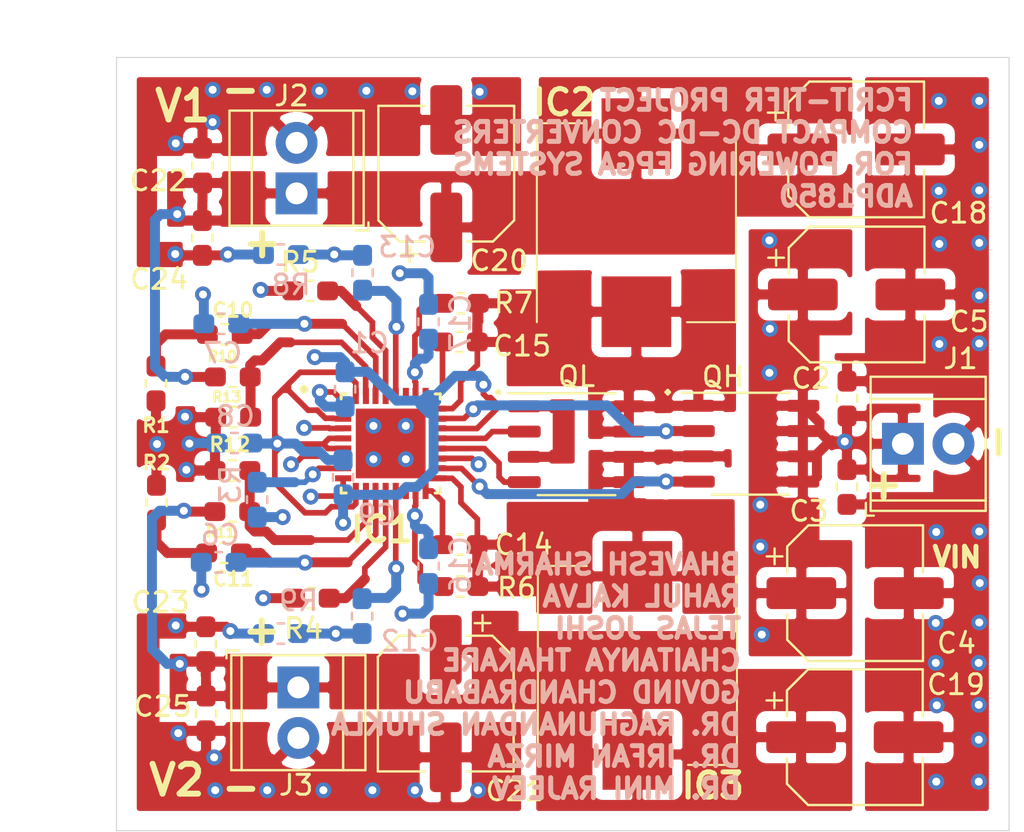
<source format=kicad_pcb>
(kicad_pcb (version 20171130) (host pcbnew "(5.1.9)-1")
  (layers (0 F.Cu signal) (1 AGND_PGND signal) (2 POWER power) (31 B.Cu signal) (34 B.Paste user) (35 F.Paste user) (36 B.SilkS user hide) (37 F.SilkS user) (38 B.Mask user) (39 F.Mask user) (44 Edge.Cuts user))
  (net 0 "")
  (net 1 GND)
  (net 2 "Net-(IC1-Pad12)")
  (net 3 "Net-(IC1-Pad29)")
  (net 4 /ILM1)
  (net 5 /COMP1)
  (net 6 /COMP2)
  (net 7 "Net-(C11-Pad2)")
  (net 8 /ILM2)
  (net 9 /Vin)
  (net 10 /FB2)
  (net 11 /G3)
  (net 12 /G4)
  (net 13 /G2)
  (net 14 /G1)
  (net 15 /FB1)
  (net 16 /VO2)
  (net 17 /VO1)
  (net 18 "Net-(IC1-Pad7)")
  (net 19 /1uFA)
  (net 20 PGND)
  (net 21 /SW1)
  (net 22 /SW2)
  (net 23 /PGOOD2)
  (net 24 /PGOOD1)
  (net 25 "Net-(C10-Pad2)")
  (net 26 "Net-(C12-Pad1)")
  (net 27 "Net-(C13-Pad1)")
  (net 28 "Net-(C14-Pad1)")
  (net 29 "Net-(C15-Pad1)")
  (module Capacitor_SMD:C_0603_1608Metric_Pad1.05x0.95mm_HandSolder (layer B.Cu) (at 211.5058 97.7392 90)
    (fp_text reference C17 (at -0.0508 1.6002 270) (layer B.SilkS) (effects (justify mirror)))
    (fp_text value 6.8pF)
    (pad 2 smd roundrect (at 0.875 0 90) (size 1.05 0.95) (layers B.Cu B.Paste B.Mask) (net 20 PGND))
    (pad 1 smd roundrect (at -0.875 0 90) (size 1.05 0.95) (layers B.Cu B.Paste B.Mask) (net 4 /ILM1))
  )
  (module Capacitor_SMD:CP_Elec_6.3x5.8 (layer F.Cu) (at 233.0069 96.3676)
    (fp_text reference C5 (at 5.6515 1.3716) (layer F.SilkS))
    (fp_text value 100uF)
    (pad 2 smd roundrect (at 2.7 0) (size 3.5 1.6) (layers F.Cu F.Paste F.Mask) (roundrect_rratio 0.15625) (net 20 PGND))
    (pad 1 smd roundrect (at -2.7 0) (size 3.5 1.6) (layers F.Cu F.Paste F.Mask) (roundrect_rratio 0.15625) (net 9 /Vin))
  )
  (module Capacitor_SMD:CP_Elec_6.3x5.8 (layer F.Cu) (at 232.9307 111.379)
    (fp_text reference C4 (at 5.0927 2.5146) (layer F.SilkS))
    (fp_text value 100uF)
    (pad 2 smd roundrect (at 2.7 0) (size 3.5 1.6) (layers F.Cu F.Paste F.Mask) (roundrect_rratio 0.15625) (net 20 PGND))
    (pad 1 smd roundrect (at -2.7 0) (size 3.5 1.6) (layers F.Cu F.Paste F.Mask) (roundrect_rratio 0.15625) (net 9 /Vin))
  )
  (module Capacitor_SMD:CP_Elec_6.3x5.8 (layer F.Cu) (at 212.3694 116.9289 270)
    (fp_text reference C21 (at 4.3815 -3.4544 180) (layer F.SilkS))
    (fp_text value C16)
    (pad 2 smd roundrect (at 2.7 0 270) (size 3.5 1.6) (layers F.Cu F.Paste F.Mask) (roundrect_rratio 0.15625) (net 20 PGND))
    (pad 1 smd roundrect (at -2.7 0 270) (size 3.5 1.6) (layers F.Cu F.Paste F.Mask) (roundrect_rratio 0.15625) (net 16 /VO2))
  )
  (module Capacitor_SMD:CP_Elec_6.3x5.8 (layer F.Cu) (at 212.3948 90.297 90)
    (fp_text reference C20 (at -4.3688 2.667 180) (layer F.SilkS))
    (fp_text value C15)
    (pad 2 smd roundrect (at 2.7 0 90) (size 3.5 1.6) (layers F.Cu F.Paste F.Mask) (roundrect_rratio 0.15625) (net 20 PGND))
    (pad 1 smd roundrect (at -2.7 0 90) (size 3.5 1.6) (layers F.Cu F.Paste F.Mask) (roundrect_rratio 0.15625) (net 17 /VO1))
  )
  (module Capacitor_SMD:CP_Elec_6.3x5.8 (layer F.Cu) (at 232.9815 89.0778)
    (fp_text reference C18 (at 5.1435 3.2004) (layer F.SilkS))
    (fp_text value 100uF)
    (pad 2 smd roundrect (at 2.7 0) (size 3.5 1.6) (layers F.Cu F.Paste F.Mask) (roundrect_rratio 0.15625) (net 20 PGND))
    (pad 1 smd roundrect (at -2.7 0) (size 3.5 1.6) (layers F.Cu F.Paste F.Mask) (roundrect_rratio 0.15625) (net 17 /VO1))
  )
  (module Capacitor_SMD:CP_Elec_6.3x5.8 (layer F.Cu) (at 232.918 118.618)
    (fp_text reference C19 (at 5.08 -2.6416) (layer F.SilkS))
    (fp_text value 100uF)
    (pad 2 smd roundrect (at 2.7 0) (size 3.5 1.6) (layers F.Cu F.Paste F.Mask) (roundrect_rratio 0.15625) (net 20 PGND))
    (pad 1 smd roundrect (at -2.7 0) (size 3.5 1.6) (layers F.Cu F.Paste F.Mask) (roundrect_rratio 0.15625) (net 16 /VO2))
  )
  (module TerminalBlock_TE-Connectivity:TerminalBlock_TE_282834-2_1x02_P2.54mm_Horizontal (layer F.Cu) (at 204.9653 116.1161 270)
    (fp_text reference J3 (at 4.9149 0.1143 180) (layer F.SilkS))
    (fp_text value Screw_Terminal_01x02)
    (pad 2 thru_hole circle (at 2.54 0 270) (size 2.1 2.1) (drill 1.1) (layers *.Cu *.Mask) (net 20 PGND))
    (pad 1 thru_hole rect (at 0 0 270) (size 2.1 2.1) (drill 1.1) (layers *.Cu *.Mask) (net 16 /VO2))
  )
  (module TerminalBlock_TE-Connectivity:TerminalBlock_TE_282834-2_1x02_P2.54mm_Horizontal (layer F.Cu) (at 204.8764 91.2876 90)
    (fp_text reference J2 (at 4.9022 -0.254 180) (layer F.SilkS))
    (fp_text value Screw_Terminal_01x02)
    (pad 2 thru_hole circle (at 2.54 0 90) (size 2.1 2.1) (drill 1.1) (layers *.Cu *.Mask) (net 20 PGND))
    (pad 1 thru_hole rect (at 0 0 90) (size 2.1 2.1) (drill 1.1) (layers *.Cu *.Mask) (net 17 /VO1))
  )
  (module TerminalBlock_TE-Connectivity:TerminalBlock_TE_282834-2_1x02_P2.54mm_Horizontal (layer F.Cu) (at 235.331 103.8733)
    (fp_text reference J1 (at 2.8956 -4.2799) (layer F.SilkS))
    (fp_text value Screw_Terminal_01x02)
    (pad 1 thru_hole rect (at 0 0) (size 2.1 2.1) (drill 1.1) (layers *.Cu *.Mask) (net 9 /Vin))
    (pad 2 thru_hole circle (at 2.54 0) (size 2.1 2.1) (drill 1.1) (layers *.Cu *.Mask) (net 20 PGND))
  )
  (module Resistor_SMD:R_0603_1608Metric_Pad1.05x0.95mm_HandSolder (layer B.Cu) (at 204.089 113.411 180)
    (fp_text reference R9 (at -0.889 1.651) (layer B.SilkS) (effects (justify mirror)))
    (fp_text value 0K)
    (pad 2 smd roundrect (at 0.875 0 180) (size 1.05 0.95) (layers B.Cu B.Paste B.Mask) (net 20 PGND))
    (pad 1 smd roundrect (at -0.875 0 180) (size 1.05 0.95) (layers B.Cu B.Paste B.Mask) (net 1 GND))
  )
  (module Resistor_SMD:R_0603_1608Metric_Pad1.05x0.95mm_HandSolder (layer B.Cu) (at 204.089 94.361 180)
    (fp_text reference R8 (at -0.508 -1.524) (layer B.SilkS) (effects (justify mirror)))
    (fp_text value 0K)
    (pad 2 smd roundrect (at 0.875 0 180) (size 1.05 0.95) (layers B.Cu B.Paste B.Mask) (net 20 PGND))
    (pad 1 smd roundrect (at -0.875 0 180) (size 1.05 0.95) (layers B.Cu B.Paste B.Mask) (net 1 GND))
  )
  (module Capacitor_SMD:C_0603_1608Metric_Pad1.05x0.95mm_HandSolder (layer F.Cu) (at 232.52176 106.045 270)
    (fp_text reference C3 (at 1.2192 1.91516 180) (layer F.SilkS))
    (fp_text value 1uF)
    (pad 1 smd roundrect (at -0.875 0 270) (size 1.05 0.95) (layers F.Cu F.Paste F.Mask) (net 9 /Vin))
    (pad 2 smd roundrect (at 0.875 0 270) (size 1.05 0.95) (layers F.Cu F.Paste F.Mask) (net 20 PGND))
  )
  (module Capacitor_SMD:C_0603_1608Metric_Pad1.05x0.95mm_HandSolder (layer F.Cu) (at 232.5243 101.6 90)
    (fp_text reference C2 (at 1.016 -1.8161 180) (layer F.SilkS))
    (fp_text value 1uF)
    (pad 2 smd roundrect (at 0.875 0 90) (size 1.05 0.95) (layers F.Cu F.Paste F.Mask) (net 20 PGND))
    (pad 1 smd roundrect (at -0.875 0 90) (size 1.05 0.95) (layers F.Cu F.Paste F.Mask) (net 9 /Vin))
  )
  (module Resistor_SMD:R_0603_1608Metric_Pad1.05x0.95mm_HandSolder (layer F.Cu) (at 213.1314 96.8121)
    (fp_text reference R7 (at 2.6416 -0.0127) (layer F.SilkS))
    (fp_text value 4.3k)
    (pad 2 smd roundrect (at 0.875 0) (size 1.05 0.95) (layers F.Cu F.Paste F.Mask) (net 21 /SW1))
    (pad 1 smd roundrect (at -0.875 0) (size 1.05 0.95) (layers F.Cu F.Paste F.Mask) (net 4 /ILM1))
  )
  (module Resistor_SMD:R_0603_1608Metric_Pad1.05x0.95mm_HandSolder (layer F.Cu) (at 201.6728 100.5124)
    (fp_text reference R10 (at -0.5302 -1.046) (layer F.SilkS) (effects (font (size 0.5 0.5) (thickness 0.125))))
    (fp_text value 2.55k)
    (pad 2 smd roundrect (at 0.875 0) (size 1.05 0.95) (layers F.Cu F.Paste F.Mask) (net 15 /FB1))
    (pad 1 smd roundrect (at -0.875 0) (size 1.05 0.95) (layers F.Cu F.Paste F.Mask) (net 17 /VO1))
  )
  (module Resistor_SMD:R_0603_1608Metric_Pad1.05x0.95mm_HandSolder (layer F.Cu) (at 201.6919 102.5352 180)
    (fp_text reference R13 (at 0.3207 1.0114) (layer F.SilkS) (effects (font (size 0.5 0.5) (thickness 0.125))))
    (fp_text value 2.55k)
    (pad 2 smd roundrect (at 0.875 0 180) (size 1.05 0.95) (layers F.Cu F.Paste F.Mask) (net 1 GND))
    (pad 1 smd roundrect (at -0.875 0 180) (size 1.05 0.95) (layers F.Cu F.Paste F.Mask) (net 15 /FB1))
  )
  (module Resistor_SMD:R_0603_1608Metric_Pad1.05x0.95mm_HandSolder (layer F.Cu) (at 205.6384 111.633 180)
    (fp_text reference R4 (at 0.4064 -1.524) (layer F.SilkS))
    (fp_text value 280k)
    (pad 2 smd roundrect (at 0.875 0 180) (size 1.05 0.95) (layers F.Cu F.Paste F.Mask) (net 9 /Vin))
    (pad 1 smd roundrect (at -0.875 0 180) (size 1.05 0.95) (layers F.Cu F.Paste F.Mask) (net 2 "Net-(IC1-Pad12)"))
  )
  (module Resistor_SMD:R_0603_1608Metric_Pad1.05x0.95mm_HandSolder (layer F.Cu) (at 201.6538 105.2149 180)
    (fp_text reference R12 (at 0.1302 1.3035) (layer F.SilkS) (effects (font (size 0.7 0.7))))
    (fp_text value 2.55k)
    (pad 2 smd roundrect (at 0.875 0 180) (size 1.05 0.95) (layers F.Cu F.Paste F.Mask) (net 1 GND))
    (pad 1 smd roundrect (at -0.875 0 180) (size 1.05 0.95) (layers F.Cu F.Paste F.Mask) (net 10 /FB2))
  )
  (module Resistor_SMD:R_0603_1608Metric_Pad1.05x0.95mm_HandSolder (layer F.Cu) (at 213.106 111.0488)
    (fp_text reference R6 (at 2.8194 0.0762) (layer F.SilkS))
    (fp_text value 4.3k)
    (pad 1 smd roundrect (at -0.875 0) (size 1.05 0.95) (layers F.Cu F.Paste F.Mask) (net 8 /ILM2))
    (pad 2 smd roundrect (at 0.875 0) (size 1.05 0.95) (layers F.Cu F.Paste F.Mask) (net 22 /SW2))
  )
  (module Resistor_SMD:R_0603_1608Metric_Pad1.05x0.95mm_HandSolder (layer F.Cu) (at 197.8152 100.8393 270)
    (fp_text reference R1 (at 2.1069 0 180) (layer F.SilkS) (effects (font (size 0.7 0.7))))
    (fp_text value 14.3k)
    (pad 2 smd roundrect (at 0.875 0 270) (size 1.05 0.95) (layers F.Cu F.Paste F.Mask) (net 1 GND))
    (pad 1 smd roundrect (at -0.875 0 270) (size 1.05 0.95) (layers F.Cu F.Paste F.Mask) (net 25 "Net-(C10-Pad2)"))
  )
  (module Resistor_SMD:R_0603_1608Metric_Pad1.05x0.95mm_HandSolder (layer F.Cu) (at 201.6474 107.2815)
    (fp_text reference R11 (at -0.581 1.0495) (layer F.SilkS) (effects (font (size 0.5 0.5) (thickness 0.125))))
    (fp_text value 5.1k)
    (pad 2 smd roundrect (at 0.875 0) (size 1.05 0.95) (layers F.Cu F.Paste F.Mask) (net 10 /FB2))
    (pad 1 smd roundrect (at -0.875 0) (size 1.05 0.95) (layers F.Cu F.Paste F.Mask) (net 16 /VO2))
  )
  (module Resistor_SMD:R_0603_1608Metric_Pad1.05x0.95mm_HandSolder (layer B.Cu) (at 202.8952 106.68 270)
    (fp_text reference R3 (at -0.762 1.3462 90) (layer B.SilkS) (effects (justify mirror)))
    (fp_text value 86.6k)
    (pad 2 smd roundrect (at 0.875 0 270) (size 1.05 0.95) (layers B.Cu B.Paste B.Mask) (net 1 GND))
    (pad 1 smd roundrect (at -0.875 0 270) (size 1.05 0.95) (layers B.Cu B.Paste B.Mask) (net 18 "Net-(IC1-Pad7)"))
  )
  (module Resistor_SMD:R_0603_1608Metric_Pad1.05x0.95mm_HandSolder (layer F.Cu) (at 205.5622 96.1898 180)
    (fp_text reference R5 (at 0.508 1.4478) (layer F.SilkS))
    (fp_text value 280k)
    (pad 1 smd roundrect (at -0.875 0 180) (size 1.05 0.95) (layers F.Cu F.Paste F.Mask) (net 3 "Net-(IC1-Pad29)"))
    (pad 2 smd roundrect (at 0.875 0 180) (size 1.05 0.95) (layers F.Cu F.Paste F.Mask) (net 9 /Vin))
  )
  (module Resistor_SMD:R_0603_1608Metric_Pad1.05x0.95mm_HandSolder (layer F.Cu) (at 197.8406 106.8324 90)
    (fp_text reference R2 (at 2.0066 0 180) (layer F.SilkS) (effects (font (size 0.7 0.7))))
    (fp_text value 21.5k)
    (pad 2 smd roundrect (at 0.875 0 90) (size 1.05 0.95) (layers F.Cu F.Paste F.Mask) (net 1 GND))
    (pad 1 smd roundrect (at -0.875 0 90) (size 1.05 0.95) (layers F.Cu F.Paste F.Mask) (net 7 "Net-(C11-Pad2)"))
  )
  (module Capacitor_SMD:C_0603_1608Metric_Pad1.05x0.95mm_HandSolder (layer B.Cu) (at 211.5058 110.0201 270)
    (fp_text reference C16 (at -0.0508 -1.6002 270) (layer B.SilkS) (effects (justify mirror)))
    (fp_text value 6.8pF)
    (pad 2 smd roundrect (at 0.875 0 270) (size 1.05 0.95) (layers B.Cu B.Paste B.Mask) (net 20 PGND))
    (pad 1 smd roundrect (at -0.875 0 270) (size 1.05 0.95) (layers B.Cu B.Paste B.Mask) (net 8 /ILM2))
  )
  (module Capacitor_SMD:C_0603_1608Metric_Pad1.05x0.95mm_HandSolder (layer B.Cu) (at 201.7522 103.8352 180)
    (fp_text reference C8 (at -0.0508 1.3462) (layer B.SilkS) (effects (justify mirror)))
    (fp_text value 1uF)
    (pad 2 smd roundrect (at 0.875 0 180) (size 1.05 0.95) (layers B.Cu B.Paste B.Mask) (net 1 GND))
    (pad 1 smd roundrect (at -0.875 0 180) (size 1.05 0.95) (layers B.Cu B.Paste B.Mask) (net 19 /1uFA))
  )
  (module Capacitor_SMD:C_0603_1608Metric_Pad1.05x0.95mm_HandSolder (layer F.Cu) (at 201.2315 109.3597 180)
    (fp_text reference C11 (at -0.4699 -1.3081) (layer F.SilkS) (effects (font (size 0.7 0.7))))
    (fp_text value 1nF)
    (pad 2 smd roundrect (at 0.875 0 180) (size 1.05 0.95) (layers F.Cu F.Paste F.Mask) (net 7 "Net-(C11-Pad2)"))
    (pad 1 smd roundrect (at -0.875 0 180) (size 1.05 0.95) (layers F.Cu F.Paste F.Mask) (net 6 /COMP2))
  )
  (module Capacitor_SMD:C_0603_1608Metric_Pad1.05x0.95mm_HandSolder (layer F.Cu) (at 201.2696 98.3742 180)
    (fp_text reference C10 (at -0.4064 1.2192) (layer F.SilkS) (effects (font (size 0.7 0.7))))
    (fp_text value 1.5nF)
    (pad 1 smd roundrect (at -0.875 0 180) (size 1.05 0.95) (layers F.Cu F.Paste F.Mask) (net 5 /COMP1))
    (pad 2 smd roundrect (at 0.875 0 180) (size 1.05 0.95) (layers F.Cu F.Paste F.Mask) (net 25 "Net-(C10-Pad2)"))
  )
  (module Capacitor_SMD:C_0603_1608Metric_Pad1.05x0.95mm_HandSolder (layer B.Cu) (at 200.9648 109.8296 180)
    (fp_text reference C6 (at -0.0762 1.3716 180) (layer B.SilkS) (effects (justify mirror)))
    (fp_text value 68pF)
    (pad 2 smd roundrect (at 0.875 0 180) (size 1.05 0.95) (layers B.Cu B.Paste B.Mask) (net 1 GND))
    (pad 1 smd roundrect (at -0.875 0 180) (size 1.05 0.95) (layers B.Cu B.Paste B.Mask) (net 6 /COMP2))
  )
  (module Capacitor_SMD:C_0603_1608Metric_Pad1.05x0.95mm_HandSolder (layer B.Cu) (at 208.1911 95.2754 90)
    (fp_text reference C13 (at 1.2954 2.2479 180) (layer B.SilkS) (effects (justify mirror)))
    (fp_text value 56nF)
    (pad 1 smd roundrect (at -0.875 0 90) (size 1.05 0.95) (layers B.Cu B.Paste B.Mask) (net 27 "Net-(C13-Pad1)"))
    (pad 2 smd roundrect (at 0.875 0 90) (size 1.05 0.95) (layers B.Cu B.Paste B.Mask) (net 1 GND))
  )
  (module Capacitor_SMD:C_0603_1608Metric_Pad1.05x0.95mm_HandSolder (layer B.Cu) (at 208.1657 112.5347 270)
    (fp_text reference C12 (at 1.2573 -2.4003 180) (layer B.SilkS) (effects (justify mirror)))
    (fp_text value 56nF)
    (pad 2 smd roundrect (at 0.875 0 270) (size 1.05 0.95) (layers B.Cu B.Paste B.Mask) (net 1 GND))
    (pad 1 smd roundrect (at -0.875 0 270) (size 1.05 0.95) (layers B.Cu B.Paste B.Mask) (net 26 "Net-(C12-Pad1)"))
  )
  (module Capacitor_SMD:C_0603_1608Metric_Pad1.05x0.95mm_HandSolder (layer B.Cu) (at 201.0918 97.8408 180)
    (fp_text reference C7 (at -0.0762 -1.4732 180) (layer B.SilkS) (effects (justify mirror)))
    (fp_text value 0.1nF)
    (pad 2 smd roundrect (at 0.875 0 180) (size 1.05 0.95) (layers B.Cu B.Paste B.Mask) (net 1 GND))
    (pad 1 smd roundrect (at -0.875 0 180) (size 1.05 0.95) (layers B.Cu B.Paste B.Mask) (net 5 /COMP1))
  )
  (module Capacitor_SMD:C_0603_1608Metric_Pad1.05x0.95mm_HandSolder (layer B.Cu) (at 207.2132 105.5624 270)
    (fp_text reference C9 (at 1.8796 -1.7018 180) (layer B.SilkS) (effects (justify mirror)))
    (fp_text value 1uF)
    (pad 2 smd roundrect (at 0.875 0 270) (size 1.05 0.95) (layers B.Cu B.Paste B.Mask) (net 20 PGND))
    (pad 1 smd roundrect (at -0.875 0 270) (size 1.05 0.95) (layers B.Cu B.Paste B.Mask) (net 19 /1uFA))
  )
  (module Capacitor_SMD:C_0603_1608Metric_Pad1.05x0.95mm_HandSolder (layer F.Cu) (at 213.0806 108.9406)
    (fp_text reference C14 (at 3.2004 0) (layer F.SilkS))
    (fp_text value 100nF)
    (pad 1 smd roundrect (at -0.875 0) (size 1.05 0.95) (layers F.Cu F.Paste F.Mask) (net 28 "Net-(C14-Pad1)"))
    (pad 2 smd roundrect (at 0.875 0) (size 1.05 0.95) (layers F.Cu F.Paste F.Mask) (net 22 /SW2))
  )
  (module Capacitor_SMD:C_0603_1608Metric_Pad1.05x0.95mm_HandSolder (layer F.Cu) (at 213.0806 98.7552)
    (fp_text reference C15 (at 3.1242 0.2032 180) (layer F.SilkS))
    (fp_text value 100nF)
    (pad 2 smd roundrect (at 0.875 0) (size 1.05 0.95) (layers F.Cu F.Paste F.Mask) (net 21 /SW1))
    (pad 1 smd roundrect (at -0.875 0) (size 1.05 0.95) (layers F.Cu F.Paste F.Mask) (net 29 "Net-(C15-Pad1)"))
  )
  (module SamacSys_Parts:QFN50P500X500X75-33N (layer F.Cu) (at 209.604 103.856)
    (fp_text reference IC1 (at -0.435 4.3226) (layer F.SilkS) (effects (font (size 1.27 1.27) (thickness 0.254))))
    (fp_text value ADP1850ACPZ-R7 hide)
    (pad 33 smd rect (at 0 0 90) (size 3.5052 3.5052) (layers F.Cu F.Paste F.Mask) (net 1 GND))
    (pad 32 smd rect (at -1.7526 -2.3876) (size 0.3048 0.8128) (layers F.Cu F.Paste F.Mask) (net 19 /1uFA))
    (pad 31 smd rect (at -1.2446 -2.3876) (size 0.3048 0.8128) (layers F.Cu F.Paste F.Mask) (net 15 /FB1))
    (pad 30 smd rect (at -0.762 -2.3876) (size 0.3048 0.8128) (layers F.Cu F.Paste F.Mask) (net 5 /COMP1))
    (pad 29 smd rect (at -0.254 -2.3876) (size 0.3048 0.8128) (layers F.Cu F.Paste F.Mask) (net 3 "Net-(IC1-Pad29)"))
    (pad 28 smd rect (at 0.254 -2.3876) (size 0.3048 0.8128) (layers F.Cu F.Paste F.Mask) (net 27 "Net-(C13-Pad1)"))
    (pad 27 smd rect (at 0.762 -2.3876) (size 0.3048 0.8128) (layers F.Cu F.Paste F.Mask) (net 24 /PGOOD1))
    (pad 26 smd rect (at 1.2446 -2.3876) (size 0.3048 0.8128) (layers F.Cu F.Paste F.Mask) (net 4 /ILM1))
    (pad 25 smd rect (at 1.7526 -2.3876) (size 0.3048 0.8128) (layers F.Cu F.Paste F.Mask) (net 29 "Net-(C15-Pad1)"))
    (pad 24 smd rect (at 2.3876 -1.7526 90) (size 0.3048 0.8128) (layers F.Cu F.Paste F.Mask) (net 21 /SW1))
    (pad 23 smd rect (at 2.3876 -1.2446 90) (size 0.3048 0.8128) (layers F.Cu F.Paste F.Mask) (net 14 /G1))
    (pad 22 smd rect (at 2.3876 -0.762 90) (size 0.3048 0.8128) (layers F.Cu F.Paste F.Mask) (net 20 PGND))
    (pad 21 smd rect (at 2.3876 -0.254 90) (size 0.3048 0.8128) (layers F.Cu F.Paste F.Mask) (net 13 /G2))
    (pad 20 smd rect (at 2.3876 0.254 90) (size 0.3048 0.8128) (layers F.Cu F.Paste F.Mask) (net 12 /G4))
    (pad 19 smd rect (at 2.3876 0.762 90) (size 0.3048 0.8128) (layers F.Cu F.Paste F.Mask) (net 20 PGND))
    (pad 18 smd rect (at 2.3876 1.2446 90) (size 0.3048 0.8128) (layers F.Cu F.Paste F.Mask) (net 11 /G3))
    (pad 17 smd rect (at 2.3876 1.7526 90) (size 0.3048 0.8128) (layers F.Cu F.Paste F.Mask) (net 22 /SW2))
    (pad 16 smd rect (at 1.7526 2.3876) (size 0.3048 0.8128) (layers F.Cu F.Paste F.Mask) (net 28 "Net-(C14-Pad1)"))
    (pad 15 smd rect (at 1.2446 2.3876) (size 0.3048 0.8128) (layers F.Cu F.Paste F.Mask) (net 8 /ILM2))
    (pad 14 smd rect (at 0.762 2.3876) (size 0.3048 0.8128) (layers F.Cu F.Paste F.Mask) (net 23 /PGOOD2))
    (pad 13 smd rect (at 0.254 2.3876) (size 0.3048 0.8128) (layers F.Cu F.Paste F.Mask) (net 26 "Net-(C12-Pad1)"))
    (pad 12 smd rect (at -0.254 2.3876) (size 0.3048 0.8128) (layers F.Cu F.Paste F.Mask) (net 2 "Net-(IC1-Pad12)"))
    (pad 11 smd rect (at -0.762 2.3876) (size 0.3048 0.8128) (layers F.Cu F.Paste F.Mask) (net 6 /COMP2))
    (pad 10 smd rect (at -1.2446 2.3876) (size 0.3048 0.8128) (layers F.Cu F.Paste F.Mask) (net 10 /FB2))
    (pad 9 smd rect (at -1.7526 2.3876) (size 0.3048 0.8128) (layers F.Cu F.Paste F.Mask) (net 19 /1uFA))
    (pad 8 smd rect (at -2.3876 1.7526 90) (size 0.3048 0.8128) (layers F.Cu F.Paste F.Mask) (net 9 /Vin))
    (pad 7 smd rect (at -2.3876 1.2446 90) (size 0.3048 0.8128) (layers F.Cu F.Paste F.Mask) (net 18 "Net-(IC1-Pad7)"))
    (pad 6 smd rect (at -2.3876 0.762 90) (size 0.3048 0.8128) (layers F.Cu F.Paste F.Mask) (net 1 GND))
    (pad 5 smd rect (at -2.3876 0.254 90) (size 0.3048 0.8128) (layers F.Cu F.Paste F.Mask) (net 19 /1uFA))
    (pad 4 smd rect (at -2.3876 -0.254 90) (size 0.3048 0.8128) (layers F.Cu F.Paste F.Mask) (net 19 /1uFA))
    (pad 3 smd rect (at -2.3876 -0.762 90) (size 0.3048 0.8128) (layers F.Cu F.Paste F.Mask) (net 9 /Vin))
    (pad 2 smd rect (at -2.3876 -1.2446 90) (size 0.3048 0.8128) (layers F.Cu F.Paste F.Mask) (net 19 /1uFA))
    (pad 1 smd rect (at -2.3876 -1.7526 90) (size 0.3048 0.8128) (layers F.Cu F.Paste F.Mask) (net 9 /Vin))
  )
  (module Capacitor_SMD:C_0603_1608Metric_Pad1.05x0.95mm_HandSolder (layer F.Cu) (at 200.3171 113.9444 90)
    (fp_text reference C23 (at 2.1082 -2.2733 180) (layer F.SilkS))
    (fp_text value C17)
    (pad 1 smd roundrect (at -0.875 0 90) (size 1.05 0.95) (layers F.Cu F.Paste F.Mask) (net 16 /VO2))
    (pad 2 smd roundrect (at 0.875 0 90) (size 1.05 0.95) (layers F.Cu F.Paste F.Mask) (net 20 PGND))
  )
  (module Capacitor_SMD:C_0603_1608Metric_Pad1.05x0.95mm_HandSolder (layer F.Cu) (at 200.152 89.8906 90)
    (fp_text reference C22 (at -0.762 -2.2098 180) (layer F.SilkS))
    (fp_text value C18)
    (pad 1 smd roundrect (at -0.875 0 90) (size 1.05 0.95) (layers F.Cu F.Paste F.Mask) (net 17 /VO1))
    (pad 2 smd roundrect (at 0.875 0 90) (size 1.05 0.95) (layers F.Cu F.Paste F.Mask) (net 20 PGND))
  )
  (module Capacitor_SMD:C_0603_1608Metric_Pad1.05x0.95mm_HandSolder (layer F.Cu) (at 200.3298 117.4242 270)
    (fp_text reference C25 (at -0.3556 2.1844) (layer F.SilkS))
    (fp_text value C19)
    (pad 2 smd roundrect (at 0.875 0 270) (size 1.05 0.95) (layers F.Cu F.Paste F.Mask) (net 20 PGND))
    (pad 1 smd roundrect (at -0.875 0 270) (size 1.05 0.95) (layers F.Cu F.Paste F.Mask) (net 16 /VO2))
  )
  (module Capacitor_SMD:C_0603_1608Metric_Pad1.05x0.95mm_HandSolder (layer F.Cu) (at 200.14184 93.52788 270)
    (fp_text reference C24 (at 2.07772 2.17424 180) (layer F.SilkS))
    (fp_text value C20)
    (pad 2 smd roundrect (at 0.875 0 270) (size 1.05 0.95) (layers F.Cu F.Paste F.Mask) (net 20 PGND))
    (pad 1 smd roundrect (at -0.875 0 270) (size 1.05 0.95) (layers F.Cu F.Paste F.Mask) (net 17 /VO1))
  )
  (module Capacitor_SMD:C_0603_1608Metric_Pad1.05x0.95mm_HandSolder (layer B.Cu) (at 207.3148 101.1301 90)
    (fp_text reference C1 (at 2.3241 1.2192 180) (layer B.SilkS) (effects (justify mirror)))
    (fp_text value 6.8pF)
    (pad 1 smd roundrect (at -0.875 0 90) (size 1.05 0.95) (layers B.Cu B.Paste B.Mask) (net 9 /Vin))
    (pad 2 smd roundrect (at 0.875 0 90) (size 1.05 0.95) (layers B.Cu B.Paste B.Mask) (net 20 PGND))
  )
  (module SamacSys_Parts:SRP1038C6R8M (layer F.Cu) (at 221.9452 92.7608 90)
    (fp_text reference IC2 (at 6.0452 -3.6322 180) (layer F.SilkS) (effects (font (size 1.27 1.27) (thickness 0.254))))
    (fp_text value SRP5050FA-6R8M hide)
    (pad 1 smd rect (at -4.475 0 180) (size 3.5 3.55) (layers F.Cu F.Paste F.Mask) (net 21 /SW1))
    (pad 2 smd rect (at 4.475 0 180) (size 3.5 3.55) (layers F.Cu F.Paste F.Mask) (net 17 /VO1))
  )
  (module SamacSys_Parts:SRP1038C6R8M (layer F.Cu) (at 221.996 115.0112 270)
    (fp_text reference IC3 (at 6.0452 -3.7846 180) (layer F.SilkS) (effects (font (size 1.27 1.27) (thickness 0.254))))
    (fp_text value SRP5050FA-6R8M hide)
    (pad 2 smd rect (at 4.475 0) (size 3.5 3.55) (layers F.Cu F.Paste F.Mask) (net 16 /VO2))
    (pad 1 smd rect (at -4.475 0) (size 3.5 3.55) (layers F.Cu F.Paste F.Mask) (net 22 /SW2))
  )
  (module Package_SO:SOP-8_3.9x4.9mm_P1.27mm (layer F.Cu) (at 218.939201 103.893201)
    (fp_text reference QL (at 0 -3.4) (layer F.SilkS))
    (fp_text value Lower)
    (pad 8 smd roundrect (at 2.625 -1.905) (size 1.65 0.6) (layers F.Cu F.Paste F.Mask) (net 21 /SW1))
    (pad 7 smd roundrect (at 2.625 -0.635) (size 1.65 0.6) (layers F.Cu F.Paste F.Mask) (net 21 /SW1))
    (pad 6 smd roundrect (at 2.625 0.635) (size 1.65 0.6) (layers F.Cu F.Paste F.Mask) (net 22 /SW2))
    (pad 5 smd roundrect (at 2.625 1.905) (size 1.65 0.6) (layers F.Cu F.Paste F.Mask) (net 22 /SW2))
    (pad 4 smd roundrect (at -2.625 1.905) (size 1.65 0.6) (layers F.Cu F.Paste F.Mask) (net 12 /G4))
    (pad 3 smd roundrect (at -2.625 0.635) (size 1.65 0.6) (layers F.Cu F.Paste F.Mask) (net 20 PGND))
    (pad 2 smd roundrect (at -2.625 -0.635) (size 1.65 0.6) (layers F.Cu F.Paste F.Mask) (net 13 /G2))
    (pad 1 smd roundrect (at -2.625 -1.905) (size 1.65 0.6) (layers F.Cu F.Paste F.Mask) (net 20 PGND))
  )
  (module Package_SO:SOP-8_3.9x4.9mm_P1.27mm (layer F.Cu) (at 227.681301 103.867801)
    (fp_text reference QH (at -1.392701 -3.360001) (layer F.SilkS))
    (fp_text value Upper)
    (pad 1 smd roundrect (at -2.625 -1.905) (size 1.65 0.6) (layers F.Cu F.Paste F.Mask) (net 21 /SW1))
    (pad 2 smd roundrect (at -2.625 -0.635) (size 1.65 0.6) (layers F.Cu F.Paste F.Mask) (net 14 /G1))
    (pad 3 smd roundrect (at -2.625 0.635) (size 1.65 0.6) (layers F.Cu F.Paste F.Mask) (net 22 /SW2))
    (pad 4 smd roundrect (at -2.625 1.905) (size 1.65 0.6) (layers F.Cu F.Paste F.Mask) (net 11 /G3))
    (pad 5 smd roundrect (at 2.625 1.905) (size 1.65 0.6) (layers F.Cu F.Paste F.Mask) (net 9 /Vin))
    (pad 6 smd roundrect (at 2.625 0.635) (size 1.65 0.6) (layers F.Cu F.Paste F.Mask) (net 9 /Vin))
    (pad 7 smd roundrect (at 2.625 -0.635) (size 1.65 0.6) (layers F.Cu F.Paste F.Mask) (net 9 /Vin))
    (pad 8 smd roundrect (at 2.625 -1.905) (size 1.65 0.6) (layers F.Cu F.Paste F.Mask) (net 9 /Vin))
  )
  (gr_line (start 240.665 84.455) (end 195.834 84.455) (layer Edge.Cuts) (width 0.05))
  (gr_line (start 240.665 123.317) (end 240.665 84.455) (layer Edge.Cuts) (width 0.05))
  (gr_line (start 195.834 123.317) (end 240.665 123.317) (layer Edge.Cuts) (width 0.05))
  (gr_line (start 195.834 84.455) (end 195.834 123.317) (layer Edge.Cuts) (width 0.05))
  (gr_text + (at 234.3658 105.8672) (layer F.SilkS) (effects (font (size 1.5 1.5) (thickness 0.3))))
  (gr_text . (at 223.52 100.457) (layer F.SilkS) (effects (font (size 2 2))))
  (gr_text . (at 215.011 100.457) (layer F.SilkS) (effects (font (size 2 2))))
  (gr_text V2 (at 198.8566 120.777) (layer F.SilkS) (effects (font (size 1.5 1.5) (thickness 0.3))))
  (gr_text V1 (at 199.1614 86.8934) (layer F.SilkS) (effects (font (size 1.5 1.5) (thickness 0.3))))
  (gr_text VIN (at 238.0488 109.5756) (layer F.SilkS) (effects (font (size 1 1) (thickness 0.25))))
  (gr_text - (at 240.03 103.7844 90) (layer F.SilkS) (effects (font (size 1.5 1.5) (thickness 0.3)) (justify mirror)))
  (gr_text - (at 202.057 86.0298) (layer F.SilkS) (effects (font (size 1.5 1.5) (thickness 0.3)) (justify mirror)))
  (gr_text - (at 202.0824 121.1072) (layer F.SilkS) (effects (font (size 1.5 1.5) (thickness 0.3)) (justify mirror)))
  (gr_text + (at 203.1238 113.2078) (layer F.SilkS) (effects (font (size 1.5 1.5) (thickness 0.3)) (justify mirror)))
  (gr_text + (at 203.1492 93.726) (layer F.SilkS) (effects (font (size 1.5 1.5) (thickness 0.3)) (justify mirror)))
  (gr_text . (at 205.2447 100.5332) (layer F.SilkS) (effects (font (size 1.5 1.5) (thickness 0.3))))
  (gr_text "BHAVESH SHARMA\nRAHUL KALVA\nTEJAS JOSHI\nCHAITANYA THAKARE\nGOVIND CHANDRABABU\nDR. RAGHUNANDAN SHUKLA\nDR. IRFAN MIRZA\nDR. MINI RAJEEV" (at 227.33 115.57) (layer B.SilkS) (effects (font (size 1 1) (thickness 0.25)) (justify left mirror)))
  (gr_text "FCRIT-TIFR PROJECT\nCOMPACT DC-DC CONVERTERS \nFOR POWERING FPGA SYSTEMS\nADP1850" (at 235.966 89.027) (layer B.SilkS) (effects (font (size 1 1) (thickness 0.25)) (justify left mirror)))
  (via (at 200.1012 111.2012) (size 0.8) (drill 0.4) (layers F.Cu B.Cu) (net 1))
  (via (at 200.1774 96.3676) (size 0.8) (drill 0.4) (layers F.Cu B.Cu) (net 1))
  (via (at 204.1779 107.5563) (size 0.8) (drill 0.4) (layers F.Cu B.Cu) (net 1))
  (via (at 199.4916 103.8606) (size 0.8) (drill 0.4) (layers F.Cu B.Cu) (net 1))
  (via (at 204.597 104.902) (size 0.8) (drill 0.4) (layers F.Cu B.Cu) (net 1))
  (via (at 208.7372 104.648) (size 0.8) (drill 0.4) (layers F.Cu B.Cu) (net 1))
  (via (at 210.3628 104.648) (size 0.8) (drill 0.4) (layers F.Cu B.Cu) (net 1))
  (via (at 210.3628 102.9716) (size 0.8) (drill 0.4) (layers F.Cu B.Cu) (net 1))
  (via (at 208.7372 102.9716) (size 0.8) (drill 0.4) (layers F.Cu B.Cu) (net 1))
  (segment (start 204.597 104.902) (end 204.7748 104.902) (width 0.285) (layer F.Cu) (net 1))
  (segment (start 206.256392 104.605699) (end 207.2164 104.605699) (width 0.285) (layer F.Cu) (net 1))
  (segment (start 206.146293 104.4956) (end 206.256392 104.605699) (width 0.285) (layer F.Cu) (net 1))
  (segment (start 205.1812 104.4956) (end 206.146293 104.4956) (width 0.285) (layer F.Cu) (net 1))
  (segment (start 204.7748 104.902) (end 205.1812 104.4956) (width 0.285) (layer F.Cu) (net 1))
  (via (at 199.2757 102.5144) (size 0.8) (drill 0.4) (layers F.Cu B.Cu) (net 1))
  (via (at 199.3392 105.1814) (size 0.8) (drill 0.4) (layers F.Cu B.Cu) (net 1))
  (segment (start 199.3727 105.2149) (end 199.3392 105.1814) (width 0.5) (layer F.Cu) (net 1))
  (segment (start 200.7788 105.2149) (end 199.3727 105.2149) (width 0.5) (layer F.Cu) (net 1))
  (segment (start 199.517 103.8352) (end 199.4916 103.8606) (width 0.5) (layer B.Cu) (net 1))
  (segment (start 200.8772 103.8352) (end 199.517 103.8352) (width 0.5) (layer B.Cu) (net 1))
  (segment (start 200.2168 96.407) (end 200.1774 96.3676) (width 0.5) (layer B.Cu) (net 1))
  (segment (start 200.2168 97.8408) (end 200.2168 96.407) (width 0.5) (layer B.Cu) (net 1))
  (segment (start 200.0898 111.1898) (end 200.1012 111.2012) (width 0.5) (layer B.Cu) (net 1))
  (segment (start 200.0898 109.8296) (end 200.0898 111.1898) (width 0.5) (layer B.Cu) (net 1))
  (via (at 206.8449 113.411) (size 0.8) (drill 0.4) (layers F.Cu B.Cu) (net 1))
  (via (at 206.7687 94.361) (size 0.8) (drill 0.4) (layers F.Cu B.Cu) (net 1))
  (segment (start 206.8462 113.4097) (end 206.8449 113.411) (width 0.5) (layer B.Cu) (net 1))
  (segment (start 208.1657 113.4097) (end 206.8462 113.4097) (width 0.5) (layer B.Cu) (net 1))
  (segment (start 206.8081 94.4004) (end 206.7687 94.361) (width 0.5) (layer B.Cu) (net 1))
  (segment (start 208.1911 94.4004) (end 206.8081 94.4004) (width 0.5) (layer B.Cu) (net 1))
  (segment (start 202.8965 107.5563) (end 202.8952 107.555) (width 0.5) (layer B.Cu) (net 1))
  (segment (start 204.1779 107.5563) (end 202.8965 107.5563) (width 0.5) (layer B.Cu) (net 1))
  (segment (start 204.964 113.411) (end 206.8449 113.411) (width 0.5) (layer B.Cu) (net 1))
  (segment (start 204.964 94.361) (end 206.7687 94.361) (width 0.5) (layer B.Cu) (net 1))
  (via (at 197.866 103.886) (size 0.8) (drill 0.4) (layers F.Cu B.Cu) (net 1))
  (segment (start 206.5134 111.633) (end 207.3402 111.633) (width 0.5) (layer F.Cu) (net 2))
  (segment (start 207.3402 111.633) (end 208.3054 110.6678) (width 0.5) (layer F.Cu) (net 2))
  (segment (start 208.3054 110.6678) (end 208.3054 110.109) (width 0.285) (layer F.Cu) (net 2))
  (segment (start 209.35 109.0644) (end 209.35 106.2436) (width 0.285) (layer F.Cu) (net 2))
  (segment (start 208.3054 110.109) (end 208.85785 109.55655) (width 0.285) (layer F.Cu) (net 2))
  (segment (start 208.85785 109.55655) (end 209.35 109.0644) (width 0.285) (layer F.Cu) (net 2))
  (segment (start 206.4372 96.1898) (end 207.1116 96.1898) (width 0.5) (layer F.Cu) (net 3))
  (segment (start 207.1116 96.1898) (end 207.8736 96.9518) (width 0.5) (layer F.Cu) (net 3))
  (segment (start 209.35 99.1902) (end 209.35 101.4684) (width 0.285) (layer F.Cu) (net 3))
  (segment (start 208.6864 98.5266) (end 209.35 99.1902) (width 0.285) (layer F.Cu) (net 3))
  (segment (start 208.6864 97.7646) (end 208.6864 98.0694) (width 0.285) (layer F.Cu) (net 3))
  (segment (start 207.8736 96.9518) (end 208.6864 97.7646) (width 0.285) (layer F.Cu) (net 3))
  (segment (start 208.6864 98.0694) (end 208.6864 98.5266) (width 0.285) (layer F.Cu) (net 3))
  (via (at 210.82 100.2792) (size 0.8) (drill 0.4) (layers F.Cu B.Cu) (net 4))
  (segment (start 210.860901 100.787999) (end 210.860901 101.4684) (width 0.285) (layer F.Cu) (net 4))
  (segment (start 210.82 100.747098) (end 210.860901 100.787999) (width 0.285) (layer F.Cu) (net 4))
  (segment (start 210.82 100.2792) (end 210.82 100.747098) (width 0.285) (layer F.Cu) (net 4))
  (segment (start 210.82 100.2792) (end 210.82 99.8347) (width 0.5) (layer B.Cu) (net 4))
  (segment (start 210.82 99.8347) (end 211.0613 99.5934) (width 0.5) (layer B.Cu) (net 4))
  (segment (start 211.0613 99.5934) (end 211.3407 99.5934) (width 0.5) (layer B.Cu) (net 4))
  (segment (start 211.5058 99.4283) (end 211.5058 98.6142) (width 0.5) (layer B.Cu) (net 4))
  (segment (start 211.3407 99.5934) (end 211.5058 99.4283) (width 0.5) (layer B.Cu) (net 4))
  (segment (start 210.82 100.2792) (end 210.82 98.4504) (width 0.285) (layer F.Cu) (net 4))
  (segment (start 210.82 98.4504) (end 211.0359 98.2345) (width 0.285) (layer F.Cu) (net 4))
  (segment (start 211.0359 98.2345) (end 211.0359 97.1423) (width 0.285) (layer F.Cu) (net 4))
  (segment (start 211.3661 96.8121) (end 212.2564 96.8121) (width 0.285) (layer F.Cu) (net 4))
  (segment (start 211.0359 97.1423) (end 211.3661 96.8121) (width 0.285) (layer F.Cu) (net 4))
  (via (at 205.2701 97.8408) (size 0.8) (drill 0.4) (layers F.Cu B.Cu) (net 5))
  (segment (start 203.4794 97.8408) (end 201.9668 97.8408) (width 0.5) (layer B.Cu) (net 5))
  (segment (start 207.4418 98.1202) (end 207.1624 97.8408) (width 0.285) (layer F.Cu) (net 5))
  (segment (start 208.854301 99.532701) (end 207.4418 98.1202) (width 0.285) (layer F.Cu) (net 5))
  (segment (start 208.854301 101.4684) (end 208.854301 99.532701) (width 0.285) (layer F.Cu) (net 5))
  (segment (start 203.4794 97.8408) (end 205.2701 97.8408) (width 0.5) (layer B.Cu) (net 5))
  (segment (start 207.1624 97.8408) (end 205.2701 97.8408) (width 0.5) (layer F.Cu) (net 5))
  (segment (start 205.2701 97.8408) (end 203.4921 97.8408) (width 0.5) (layer F.Cu) (net 5))
  (segment (start 203.4921 97.8408) (end 202.9714 98.3615) (width 0.5) (layer F.Cu) (net 5))
  (segment (start 202.1573 98.3615) (end 202.1446 98.3742) (width 0.5) (layer F.Cu) (net 5))
  (segment (start 202.9714 98.3615) (end 202.1573 98.3615) (width 0.5) (layer F.Cu) (net 5))
  (segment (start 208.854301 108.417099) (end 208.854301 106.2436) (width 0.285) (layer F.Cu) (net 6))
  (segment (start 208.1022 109.1692) (end 208.854301 108.417099) (width 0.285) (layer F.Cu) (net 6))
  (via (at 205.2955 109.8423) (size 0.8) (drill 0.4) (layers F.Cu B.Cu) (net 6))
  (segment (start 208.1022 109.1692) (end 207.4418 109.8296) (width 0.285) (layer F.Cu) (net 6))
  (segment (start 203.0603 109.3597) (end 202.1065 109.3597) (width 0.5) (layer F.Cu) (net 6))
  (segment (start 203.5429 109.8423) (end 203.0603 109.3597) (width 0.5) (layer F.Cu) (net 6))
  (segment (start 205.3082 109.8296) (end 205.2955 109.8423) (width 0.5) (layer F.Cu) (net 6))
  (segment (start 207.4418 109.8296) (end 205.3082 109.8296) (width 0.5) (layer F.Cu) (net 6))
  (segment (start 205.2955 109.8423) (end 203.5429 109.8423) (width 0.5) (layer F.Cu) (net 6))
  (segment (start 201.8525 109.8423) (end 201.8398 109.8296) (width 0.5) (layer B.Cu) (net 6))
  (segment (start 205.2955 109.8423) (end 201.8525 109.8423) (width 0.5) (layer B.Cu) (net 6))
  (segment (start 200.3565 109.3597) (end 198.3867 109.3597) (width 0.5) (layer F.Cu) (net 7))
  (segment (start 197.8406 108.8136) (end 197.8406 107.7074) (width 0.5) (layer F.Cu) (net 7))
  (segment (start 198.3867 109.3597) (end 197.8406 108.8136) (width 0.5) (layer F.Cu) (net 7))
  (via (at 210.82 107.4928) (size 0.8) (drill 0.4) (layers F.Cu B.Cu) (net 8))
  (segment (start 210.82 107.4928) (end 210.82 107.0102) (width 0.285) (layer F.Cu) (net 8))
  (segment (start 210.860901 106.969299) (end 210.860901 106.2436) (width 0.285) (layer F.Cu) (net 8))
  (segment (start 210.82 107.0102) (end 210.860901 106.969299) (width 0.285) (layer F.Cu) (net 8))
  (segment (start 210.82 107.4928) (end 210.82 107.6452) (width 0.5) (layer B.Cu) (net 8))
  (segment (start 210.82 107.4928) (end 210.82 107.9881) (width 0.5) (layer B.Cu) (net 8))
  (segment (start 210.82 107.9881) (end 210.9851 108.1532) (width 0.5) (layer B.Cu) (net 8))
  (segment (start 210.9851 108.1532) (end 211.3026 108.1532) (width 0.5) (layer B.Cu) (net 8))
  (segment (start 211.5058 108.3564) (end 211.5058 109.1451) (width 0.5) (layer B.Cu) (net 8))
  (segment (start 211.3026 108.1532) (end 211.5058 108.3564) (width 0.5) (layer B.Cu) (net 8))
  (segment (start 210.82 107.4928) (end 210.82 109.728) (width 0.285) (layer F.Cu) (net 8))
  (segment (start 210.82 109.728) (end 211.0867 109.9947) (width 0.285) (layer F.Cu) (net 8))
  (segment (start 211.0867 109.9947) (end 211.0867 110.7948) (width 0.285) (layer F.Cu) (net 8))
  (segment (start 211.3407 111.0488) (end 212.231 111.0488) (width 0.285) (layer F.Cu) (net 8))
  (segment (start 211.0867 110.7948) (end 211.3407 111.0488) (width 0.285) (layer F.Cu) (net 8))
  (via (at 205.5876 106.5276) (size 0.8) (drill 0.4) (layers F.Cu B.Cu) (net 9))
  (via (at 206.0448 101.2698) (size 0.8) (drill 0.4) (layers F.Cu B.Cu) (net 9))
  (via (at 205.2574 103.0732) (size 0.8) (drill 0.4) (layers F.Cu B.Cu) (net 9))
  (segment (start 206.502898 103.0732) (end 206.535999 103.106301) (width 0.285) (layer F.Cu) (net 9))
  (segment (start 206.535999 103.106301) (end 207.2164 103.106301) (width 0.285) (layer F.Cu) (net 9))
  (segment (start 205.2574 103.0732) (end 206.502898 103.0732) (width 0.285) (layer F.Cu) (net 9))
  (segment (start 207.2164 102.1034) (end 207.2164 101.7556) (width 0.285) (layer F.Cu) (net 9))
  (segment (start 206.7306 101.2698) (end 206.0448 101.2698) (width 0.285) (layer F.Cu) (net 9))
  (segment (start 207.2164 101.7556) (end 206.7306 101.2698) (width 0.285) (layer F.Cu) (net 9))
  (segment (start 207.2164 105.6086) (end 207.2164 106.1434) (width 0.285) (layer F.Cu) (net 9))
  (segment (start 206.8576 106.5022) (end 207.2164 106.1434) (width 0.285) (layer F.Cu) (net 9))
  (segment (start 205.613 106.5022) (end 205.5876 106.5276) (width 0.285) (layer F.Cu) (net 9))
  (segment (start 206.8576 106.5022) (end 205.613 106.5022) (width 0.285) (layer F.Cu) (net 9))
  (segment (start 206.0448 101.2698) (end 206.0448 101.7143) (width 0.5) (layer B.Cu) (net 9))
  (segment (start 206.3356 102.0051) (end 207.3148 102.0051) (width 0.5) (layer B.Cu) (net 9))
  (segment (start 206.0448 101.7143) (end 206.3356 102.0051) (width 0.5) (layer B.Cu) (net 9))
  (via (at 203.073 96.139) (size 0.8) (drill 0.4) (layers F.Cu B.Cu) (net 9))
  (segment (start 203.1238 96.1898) (end 203.073 96.139) (width 0.5) (layer F.Cu) (net 9))
  (segment (start 204.6872 96.1898) (end 203.1238 96.1898) (width 0.5) (layer F.Cu) (net 9))
  (via (at 203.2 111.633) (size 0.8) (drill 0.4) (layers F.Cu B.Cu) (net 9))
  (segment (start 204.7634 111.633) (end 203.2 111.633) (width 0.5) (layer F.Cu) (net 9))
  (via (at 232.41 103.759) (size 0.8) (drill 0.4) (layers F.Cu B.Cu) (net 9))
  (segment (start 230.306301 103.232801) (end 231.121801 103.232801) (width 0.5) (layer F.Cu) (net 9))
  (segment (start 231.648 103.759) (end 232.41 103.759) (width 0.5) (layer F.Cu) (net 9))
  (segment (start 231.121801 103.232801) (end 231.648 103.759) (width 0.5) (layer F.Cu) (net 9))
  (segment (start 230.904199 104.502801) (end 230.306301 104.502801) (width 0.5) (layer F.Cu) (net 9))
  (via (at 228.6508 98.0948) (size 0.8) (drill 0.4) (layers F.Cu B.Cu) (net 9))
  (via (at 228.6254 100.3046) (size 0.8) (drill 0.4) (layers F.Cu B.Cu) (net 9))
  (via (at 228.6254 93.6498) (size 0.8) (drill 0.4) (layers F.Cu B.Cu) (net 9))
  (via (at 228.1682 106.934) (size 0.8) (drill 0.4) (layers F.Cu B.Cu) (net 9))
  (via (at 228.1682 109.0422) (size 0.8) (drill 0.4) (layers F.Cu B.Cu) (net 9))
  (via (at 228.2444 113.4618) (size 0.8) (drill 0.4) (layers F.Cu B.Cu) (net 9))
  (segment (start 230.306301 101.962801) (end 231.14 102.7965) (width 0.5) (layer F.Cu) (net 9))
  (segment (start 231.14 103.214602) (end 231.121801 103.232801) (width 0.5) (layer F.Cu) (net 9))
  (segment (start 231.14 102.7965) (end 231.14 103.214602) (width 0.5) (layer F.Cu) (net 9))
  (segment (start 230.306301 105.772801) (end 230.777199 105.772801) (width 0.5) (layer F.Cu) (net 9))
  (segment (start 230.777199 105.772801) (end 231.013 105.537) (width 0.5) (layer F.Cu) (net 9))
  (segment (start 231.013 105.537) (end 231.013 104.394) (width 0.5) (layer F.Cu) (net 9))
  (segment (start 231.013 104.394) (end 230.904199 104.502801) (width 0.5) (layer F.Cu) (net 9))
  (segment (start 231.648 103.759) (end 231.013 104.394) (width 0.5) (layer F.Cu) (net 9))
  (segment (start 208.347099 106.2436) (end 208.347099 107.813403) (width 0.285) (layer F.Cu) (net 10))
  (segment (start 208.347099 107.813403) (end 207.448502 108.712) (width 0.285) (layer F.Cu) (net 10))
  (segment (start 207.448502 108.712) (end 205.5749 108.712) (width 0.285) (layer F.Cu) (net 10))
  (segment (start 205.5749 108.712) (end 203.7715 108.712) (width 0.5) (layer F.Cu) (net 10))
  (segment (start 203.7715 108.712) (end 203.3397 108.2802) (width 0.5) (layer F.Cu) (net 10))
  (segment (start 203.3397 108.2802) (end 202.7809 108.2802) (width 0.5) (layer F.Cu) (net 10))
  (segment (start 202.5224 108.0217) (end 202.5224 107.2815) (width 0.5) (layer F.Cu) (net 10))
  (segment (start 202.7809 108.2802) (end 202.5224 108.0217) (width 0.5) (layer F.Cu) (net 10))
  (segment (start 202.5224 105.2213) (end 202.5288 105.2149) (width 0.5) (layer F.Cu) (net 10))
  (segment (start 202.5224 107.2815) (end 202.5224 105.2213) (width 0.5) (layer F.Cu) (net 10))
  (via (at 223.4311 105.7656) (size 0.8) (drill 0.4) (layers F.Cu B.Cu) (net 11))
  (segment (start 221.8436 105.7656) (end 221.2086 106.4006) (width 0.5) (layer B.Cu) (net 11))
  (via (at 214.0712 106.0196) (size 0.8) (drill 0.4) (layers F.Cu B.Cu) (net 11))
  (segment (start 214.4522 106.4006) (end 214.0712 106.0196) (width 0.5) (layer B.Cu) (net 11))
  (segment (start 221.2086 106.4006) (end 214.4522 106.4006) (width 0.5) (layer B.Cu) (net 11))
  (segment (start 213.164501 105.112901) (end 211.9916 105.112901) (width 0.285) (layer F.Cu) (net 11))
  (segment (start 214.0712 106.0196) (end 213.164501 105.112901) (width 0.285) (layer F.Cu) (net 11))
  (segment (start 221.8436 105.7656) (end 223.4311 105.7656) (width 0.5) (layer B.Cu) (net 11))
  (segment (start 223.438301 105.772801) (end 223.4311 105.7656) (width 0.5) (layer F.Cu) (net 11))
  (segment (start 225.056301 105.772801) (end 223.438301 105.772801) (width 0.5) (layer F.Cu) (net 11))
  (segment (start 211.9916 104.11) (end 214.3079 104.11) (width 0.285) (layer F.Cu) (net 12))
  (segment (start 214.3079 104.11) (end 215.0491 104.8512) (width 0.285) (layer F.Cu) (net 12))
  (segment (start 215.0491 104.8512) (end 215.0491 105.537) (width 0.285) (layer F.Cu) (net 12))
  (segment (start 215.310301 105.798201) (end 216.314201 105.798201) (width 0.285) (layer F.Cu) (net 12))
  (segment (start 215.0491 105.537) (end 215.310301 105.798201) (width 0.285) (layer F.Cu) (net 12))
  (segment (start 214.711699 103.258201) (end 216.314201 103.258201) (width 0.285) (layer F.Cu) (net 13))
  (segment (start 214.3679 103.602) (end 214.711699 103.258201) (width 0.285) (layer F.Cu) (net 13))
  (segment (start 211.9916 103.602) (end 214.3679 103.602) (width 0.285) (layer F.Cu) (net 13))
  (via (at 223.4311 103.2383) (size 0.8) (drill 0.4) (layers F.Cu B.Cu) (net 14))
  (segment (start 221.7674 103.2383) (end 220.472 101.9429) (width 0.5) (layer B.Cu) (net 14))
  (via (at 213.7537 102.1334) (size 0.8) (drill 0.4) (layers F.Cu B.Cu) (net 14))
  (segment (start 213.9442 101.9429) (end 213.7537 102.1334) (width 0.5) (layer B.Cu) (net 14))
  (segment (start 220.472 101.9429) (end 213.9442 101.9429) (width 0.5) (layer B.Cu) (net 14))
  (segment (start 213.288001 102.599099) (end 211.9916 102.599099) (width 0.285) (layer F.Cu) (net 14))
  (segment (start 213.7537 102.1334) (end 213.288001 102.599099) (width 0.285) (layer F.Cu) (net 14))
  (segment (start 221.7674 103.2383) (end 223.4311 103.2383) (width 0.5) (layer B.Cu) (net 14))
  (segment (start 223.436599 103.232801) (end 223.4311 103.2383) (width 0.5) (layer F.Cu) (net 14))
  (segment (start 225.056301 103.232801) (end 223.436599 103.232801) (width 0.5) (layer F.Cu) (net 14))
  (segment (start 207.131099 98.774699) (end 204.564801 98.774699) (width 0.285) (layer F.Cu) (net 15))
  (segment (start 208.347099 99.990699) (end 207.131099 98.774699) (width 0.285) (layer F.Cu) (net 15))
  (segment (start 208.347099 101.4684) (end 208.347099 99.990699) (width 0.285) (layer F.Cu) (net 15))
  (segment (start 202.5669 100.5315) (end 202.5478 100.5124) (width 0.5) (layer F.Cu) (net 15))
  (segment (start 202.5669 102.5352) (end 202.5669 100.5315) (width 0.5) (layer F.Cu) (net 15))
  (segment (start 202.5478 100.5124) (end 202.5478 99.9154) (width 0.5) (layer F.Cu) (net 15))
  (segment (start 202.5478 99.9154) (end 202.7809 99.6823) (width 0.5) (layer F.Cu) (net 15))
  (segment (start 202.7809 99.6823) (end 203.1492 99.6823) (width 0.5) (layer F.Cu) (net 15))
  (segment (start 204.056801 98.774699) (end 204.564801 98.774699) (width 0.5) (layer F.Cu) (net 15))
  (segment (start 203.1492 99.6823) (end 204.056801 98.774699) (width 0.5) (layer F.Cu) (net 15))
  (via (at 199.2122 107.2388) (size 0.8) (drill 0.4) (layers F.Cu B.Cu) (net 16))
  (segment (start 199.2549 107.2815) (end 199.2122 107.2388) (width 0.5) (layer F.Cu) (net 16))
  (segment (start 200.7724 107.2815) (end 199.2549 107.2815) (width 0.5) (layer F.Cu) (net 16))
  (via (at 199.009 114.935) (size 0.8) (drill 0.4) (layers F.Cu B.Cu) (net 16))
  (segment (start 200.31078 114.81308) (end 200.3171 114.8194) (width 0.5) (layer F.Cu) (net 16))
  (segment (start 198.88708 114.81308) (end 200.31078 114.81308) (width 0.5) (layer F.Cu) (net 16))
  (segment (start 197.612 114.173) (end 198.374 114.935) (width 0.5) (layer B.Cu) (net 16))
  (segment (start 198.374 114.935) (end 199.009 114.935) (width 0.5) (layer B.Cu) (net 16))
  (segment (start 197.612 107.6198) (end 197.612 114.173) (width 0.5) (layer B.Cu) (net 16))
  (segment (start 197.993 107.2388) (end 197.612 107.6198) (width 0.5) (layer B.Cu) (net 16))
  (segment (start 199.2122 107.2388) (end 197.993 107.2388) (width 0.5) (layer B.Cu) (net 16))
  (via (at 199.2757 100.5078) (size 0.8) (drill 0.4) (layers F.Cu B.Cu) (net 17))
  (segment (start 199.2803 100.5124) (end 199.2757 100.5078) (width 0.5) (layer F.Cu) (net 17))
  (segment (start 200.7978 100.5124) (end 199.2803 100.5124) (width 0.5) (layer F.Cu) (net 17))
  (via (at 198.882 92.329) (size 0.8) (drill 0.4) (layers F.Cu B.Cu) (net 17))
  (segment (start 198.5264 100.5078) (end 199.2757 100.5078) (width 0.5) (layer B.Cu) (net 17))
  (segment (start 198.2724 100.5078) (end 198.5264 100.5078) (width 0.5) (layer B.Cu) (net 17))
  (segment (start 197.7644 99.9998) (end 198.2724 100.5078) (width 0.5) (layer B.Cu) (net 17))
  (segment (start 197.7644 92.6084) (end 197.7644 99.9998) (width 0.5) (layer B.Cu) (net 17))
  (segment (start 198.0438 92.329) (end 197.7644 92.6084) (width 0.5) (layer B.Cu) (net 17))
  (segment (start 198.882 92.329) (end 198.0438 92.329) (width 0.5) (layer B.Cu) (net 17))
  (via (at 205.6892 105.41) (size 0.8) (drill 0.4) (layers F.Cu B.Cu) (net 18))
  (segment (start 205.6892 105.41) (end 205.994 105.1052) (width 0.285) (layer F.Cu) (net 18))
  (segment (start 206.535999 105.112901) (end 207.2164 105.112901) (width 0.285) (layer F.Cu) (net 18))
  (segment (start 206.528298 105.1052) (end 206.535999 105.112901) (width 0.285) (layer F.Cu) (net 18))
  (segment (start 205.994 105.1052) (end 206.528298 105.1052) (width 0.285) (layer F.Cu) (net 18))
  (segment (start 202.8952 105.805) (end 204.7862 105.805) (width 0.5) (layer B.Cu) (net 18))
  (segment (start 205.2942 105.805) (end 205.6892 105.41) (width 0.285) (layer B.Cu) (net 18))
  (segment (start 204.7862 105.805) (end 205.2942 105.805) (width 0.285) (layer B.Cu) (net 18))
  (segment (start 207.8514 101.4684) (end 207.8514 100.8158) (width 0.285) (layer F.Cu) (net 19))
  (segment (start 207.8514 100.8158) (end 207.3148 100.2792) (width 0.285) (layer F.Cu) (net 19))
  (segment (start 207.2164 103.602) (end 206.5066 103.602) (width 0.285) (layer F.Cu) (net 19))
  (segment (start 206.5066 103.602) (end 206.2226 103.886) (width 0.285) (layer F.Cu) (net 19))
  (segment (start 204.216 103.886) (end 203.7842 103.4542) (width 0.285) (layer F.Cu) (net 19))
  (segment (start 206.2226 103.886) (end 204.216 103.886) (width 0.285) (layer F.Cu) (net 19))
  (segment (start 203.7842 101.5492) (end 203.7842 103.4542) (width 0.285) (layer F.Cu) (net 19))
  (segment (start 206.4466 104.11) (end 206.2226 103.886) (width 0.285) (layer F.Cu) (net 19))
  (segment (start 207.2164 104.11) (end 206.4466 104.11) (width 0.285) (layer F.Cu) (net 19))
  (segment (start 203.7842 103.8606) (end 203.9112 103.8606) (width 0.285) (layer F.Cu) (net 19))
  (segment (start 204.1652 103.9368) (end 204.216 103.886) (width 0.285) (layer F.Cu) (net 19))
  (segment (start 203.7842 104.3178) (end 204.1652 103.9368) (width 0.285) (layer F.Cu) (net 19))
  (segment (start 204.089 103.8606) (end 204.1652 103.9368) (width 0.285) (layer F.Cu) (net 19))
  (segment (start 203.7842 103.4542) (end 203.7842 103.8606) (width 0.285) (layer F.Cu) (net 19))
  (segment (start 203.7842 103.8606) (end 203.7842 104.3178) (width 0.285) (layer F.Cu) (net 19))
  (segment (start 204.1525 101.1809) (end 204.4573 101.1809) (width 0.285) (layer F.Cu) (net 19))
  (segment (start 204.1525 101.1809) (end 203.7842 101.5492) (width 0.285) (layer F.Cu) (net 19))
  (segment (start 204.4573 101.1809) (end 205.4606 102.1842) (width 0.285) (layer F.Cu) (net 19))
  (segment (start 206.713699 102.599099) (end 207.2164 102.599099) (width 0.285) (layer F.Cu) (net 19))
  (segment (start 206.70279 102.58819) (end 206.713699 102.599099) (width 0.285) (layer F.Cu) (net 19))
  (segment (start 206.32179 102.58819) (end 206.70279 102.58819) (width 0.285) (layer F.Cu) (net 19))
  (segment (start 205.9178 102.1842) (end 206.32179 102.58819) (width 0.285) (layer F.Cu) (net 19))
  (segment (start 205.4606 102.1842) (end 205.9178 102.1842) (width 0.285) (layer F.Cu) (net 19))
  (segment (start 204.47 101.1682) (end 204.4573 101.1809) (width 0.285) (layer F.Cu) (net 19))
  (segment (start 204.47 100.8634) (end 204.47 101.1682) (width 0.285) (layer F.Cu) (net 19))
  (segment (start 205.0542 100.2792) (end 204.47 100.8634) (width 0.285) (layer F.Cu) (net 19))
  (segment (start 204.47 100.8634) (end 204.1525 101.1809) (width 0.285) (layer F.Cu) (net 19))
  (segment (start 203.9112 103.8606) (end 204.089 103.8606) (width 0.285) (layer F.Cu) (net 19))
  (via (at 203.9112 103.8606) (size 0.8) (drill 0.4) (layers F.Cu B.Cu) (net 19))
  (segment (start 202.6526 103.8606) (end 202.6272 103.8352) (width 0.5) (layer B.Cu) (net 19))
  (segment (start 203.9112 103.8606) (end 202.6526 103.8606) (width 0.5) (layer B.Cu) (net 19))
  (segment (start 207.8514 106.3022) (end 207.8482 106.3054) (width 0.285) (layer F.Cu) (net 19))
  (segment (start 207.8514 106.2436) (end 207.8514 106.3022) (width 0.285) (layer F.Cu) (net 19))
  (segment (start 207.3148 100.2792) (end 205.0542 100.2792) (width 0.285) (layer F.Cu) (net 19))
  (segment (start 203.7842 105.823102) (end 203.7842 104.3178) (width 0.285) (layer F.Cu) (net 19))
  (segment (start 205.301498 107.3404) (end 203.7842 105.823102) (width 0.285) (layer F.Cu) (net 19))
  (segment (start 206.3242 107.3404) (end 205.301498 107.3404) (width 0.285) (layer F.Cu) (net 19))
  (segment (start 207.6958 107.0356) (end 206.629 107.0356) (width 0.285) (layer F.Cu) (net 19))
  (segment (start 207.8514 106.88) (end 207.6958 107.0356) (width 0.285) (layer F.Cu) (net 19))
  (segment (start 206.629 107.0356) (end 206.3242 107.3404) (width 0.285) (layer F.Cu) (net 19))
  (segment (start 207.8514 106.2436) (end 207.8514 106.88) (width 0.285) (layer F.Cu) (net 19))
  (segment (start 206.0194 104.267) (end 206.4398 104.6874) (width 0.5) (layer B.Cu) (net 19))
  (segment (start 206.4398 104.6874) (end 207.2132 104.6874) (width 0.5) (layer B.Cu) (net 19))
  (segment (start 205.220002 104.267) (end 206.0194 104.267) (width 0.5) (layer B.Cu) (net 19))
  (segment (start 204.813602 103.8606) (end 205.220002 104.267) (width 0.5) (layer B.Cu) (net 19))
  (segment (start 203.9112 103.8606) (end 204.813602 103.8606) (width 0.5) (layer B.Cu) (net 19))
  (via (at 214.0204 104.902) (size 0.8) (drill 0.4) (layers F.Cu B.Cu) (net 20))
  (via (at 205.7908 99.5172) (size 0.8) (drill 0.4) (layers F.Cu B.Cu) (net 20))
  (via (at 207.2132 107.8484) (size 0.8) (drill 0.4) (layers F.Cu B.Cu) (net 20))
  (segment (start 207.2132 106.4374) (end 207.2132 107.061) (width 0.5) (layer B.Cu) (net 20))
  (segment (start 207.2132 107.061) (end 207.2132 107.8484) (width 0.5) (layer B.Cu) (net 20))
  (segment (start 207.3148 100.2551) (end 207.3148 99.7585) (width 0.5) (layer B.Cu) (net 20))
  (segment (start 207.0735 99.5172) (end 205.7908 99.5172) (width 0.5) (layer B.Cu) (net 20))
  (segment (start 207.3148 99.7585) (end 207.0735 99.5172) (width 0.5) (layer B.Cu) (net 20))
  (via (at 210.058 95.3008) (size 0.8) (drill 0.4) (layers F.Cu B.Cu) (net 20))
  (via (at 210.1977 112.4077) (size 0.8) (drill 0.4) (layers F.Cu B.Cu) (net 20))
  (segment (start 216.314201 101.988201) (end 215.056301 101.988201) (width 0.285) (layer F.Cu) (net 20))
  (via (at 214.2617 100.9015) (size 0.8) (drill 0.4) (layers F.Cu B.Cu) (net 20))
  (segment (start 215.056301 101.988201) (end 214.6173 101.5492) (width 0.285) (layer F.Cu) (net 20))
  (segment (start 215.056301 101.988201) (end 215.054599 101.988201) (width 0.285) (layer F.Cu) (net 20))
  (segment (start 213.936499 103.106301) (end 211.9916 103.106301) (width 0.285) (layer F.Cu) (net 20))
  (segment (start 215.054599 101.988201) (end 213.936499 103.106301) (width 0.285) (layer F.Cu) (net 20))
  (segment (start 213.685999 104.605699) (end 211.9916 104.605699) (width 0.285) (layer F.Cu) (net 20))
  (segment (start 213.9823 104.902) (end 213.685999 104.605699) (width 0.285) (layer F.Cu) (net 20))
  (segment (start 214.0204 104.902) (end 213.9823 104.902) (width 0.285) (layer F.Cu) (net 20))
  (segment (start 214.6173 101.5492) (end 214.4395 101.5492) (width 0.285) (layer F.Cu) (net 20))
  (segment (start 214.2617 101.3714) (end 214.2617 100.9015) (width 0.285) (layer F.Cu) (net 20))
  (segment (start 214.4395 101.5492) (end 214.2617 101.3714) (width 0.285) (layer F.Cu) (net 20))
  (segment (start 211.5058 110.8951) (end 211.5058 112.0775) (width 0.5) (layer B.Cu) (net 20))
  (segment (start 211.5058 95.9612) (end 211.5058 96.8642) (width 0.5) (layer B.Cu) (net 20))
  (segment (start 211.1756 112.4077) (end 211.5058 112.0775) (width 0.5) (layer B.Cu) (net 20))
  (segment (start 210.1977 112.4077) (end 211.1756 112.4077) (width 0.5) (layer B.Cu) (net 20))
  (segment (start 210.058 95.3008) (end 211.2772 95.3008) (width 0.5) (layer B.Cu) (net 20))
  (segment (start 211.5058 95.5294) (end 211.5058 95.9612) (width 0.5) (layer B.Cu) (net 20))
  (segment (start 211.2772 95.3008) (end 211.5058 95.5294) (width 0.5) (layer B.Cu) (net 20))
  (via (at 201.549 113.284) (size 0.8) (drill 0.4) (layers F.Cu B.Cu) (net 20))
  (segment (start 201.3344 113.0694) (end 201.549 113.284) (width 0.5) (layer F.Cu) (net 20))
  (segment (start 200.3171 113.0694) (end 201.3344 113.0694) (width 0.5) (layer F.Cu) (net 20))
  (segment (start 201.549 113.284) (end 201.676 113.411) (width 0.5) (layer B.Cu) (net 20))
  (segment (start 201.676 113.411) (end 203.214 113.411) (width 0.5) (layer B.Cu) (net 20))
  (via (at 201.422 94.361) (size 0.8) (drill 0.4) (layers F.Cu B.Cu) (net 20))
  (segment (start 201.38012 94.40288) (end 201.422 94.361) (width 0.5) (layer F.Cu) (net 20))
  (segment (start 200.01484 94.40288) (end 201.38012 94.40288) (width 0.5) (layer F.Cu) (net 20))
  (segment (start 201.422 94.361) (end 203.214 94.361) (width 0.5) (layer B.Cu) (net 20))
  (segment (start 207.3148 100.2551) (end 208.4591 100.2551) (width 0.5) (layer B.Cu) (net 20))
  (segment (start 208.4591 100.2551) (end 209.9056 101.7016) (width 0.5) (layer B.Cu) (net 20))
  (segment (start 212.852 100.457) (end 214.0966 100.457) (width 0.5) (layer B.Cu) (net 20))
  (segment (start 214.2617 100.6221) (end 214.2617 100.9015) (width 0.5) (layer B.Cu) (net 20))
  (segment (start 214.0966 100.457) (end 214.2617 100.6221) (width 0.5) (layer B.Cu) (net 20))
  (segment (start 207.2132 106.4374) (end 209.9958 106.4374) (width 0.5) (layer B.Cu) (net 20))
  (segment (start 209.9958 106.4374) (end 210.3882 106.045) (width 0.5) (layer B.Cu) (net 20))
  (segment (start 210.3882 106.045) (end 210.9216 106.045) (width 0.5) (layer B.Cu) (net 20))
  (segment (start 210.9216 106.045) (end 211.7598 105.2068) (width 0.5) (layer B.Cu) (net 20))
  (segment (start 211.7598 101.854) (end 211.6074 101.7016) (width 0.5) (layer B.Cu) (net 20))
  (segment (start 211.0994 101.7016) (end 211.0994 101.9048) (width 0.5) (layer B.Cu) (net 20))
  (segment (start 209.9056 101.7016) (end 211.0994 101.7016) (width 0.5) (layer B.Cu) (net 20))
  (segment (start 211.0994 101.7016) (end 211.6074 101.7016) (width 0.5) (layer B.Cu) (net 20))
  (segment (start 211.5312 102.3366) (end 211.7598 102.3366) (width 0.5) (layer B.Cu) (net 20))
  (segment (start 211.0994 101.9048) (end 211.5312 102.3366) (width 0.5) (layer B.Cu) (net 20))
  (segment (start 211.7598 102.3366) (end 211.7598 101.854) (width 0.5) (layer B.Cu) (net 20))
  (segment (start 211.7598 105.2068) (end 211.7598 102.3366) (width 0.5) (layer B.Cu) (net 20))
  (segment (start 211.8868 101.727) (end 211.7598 101.854) (width 0.5) (layer B.Cu) (net 20))
  (segment (start 211.8868 101.4222) (end 211.8868 101.727) (width 0.5) (layer B.Cu) (net 20))
  (segment (start 211.6074 101.7016) (end 211.8868 101.4222) (width 0.5) (layer B.Cu) (net 20))
  (segment (start 211.8868 101.4222) (end 212.852 100.457) (width 0.5) (layer B.Cu) (net 20))
  (segment (start 211.0994 101.9048) (end 211.0994 101.8032) (width 0.5) (layer B.Cu) (net 20))
  (segment (start 211.4804 101.4222) (end 211.8868 101.4222) (width 0.5) (layer B.Cu) (net 20))
  (segment (start 211.0994 101.8032) (end 211.4804 101.4222) (width 0.5) (layer B.Cu) (net 20))
  (via (at 198.8058 113.0046) (size 0.8) (drill 0.4) (layers F.Cu B.Cu) (net 20))
  (via (at 200.7362 119.634) (size 0.8) (drill 0.4) (layers F.Cu B.Cu) (net 20))
  (via (at 198.9328 118.4148) (size 0.8) (drill 0.4) (layers F.Cu B.Cu) (net 20))
  (via (at 200.787 121.285) (size 0.8) (drill 0.4) (layers F.Cu B.Cu) (net 20))
  (via (at 203.4032 121.285) (size 0.8) (drill 0.4) (layers F.Cu B.Cu) (net 20))
  (via (at 206.2226 121.285) (size 0.8) (drill 0.4) (layers F.Cu B.Cu) (net 20))
  (via (at 208.6864 121.285) (size 0.8) (drill 0.4) (layers F.Cu B.Cu) (net 20))
  (via (at 210.82 121.285) (size 0.8) (drill 0.4) (layers F.Cu B.Cu) (net 20))
  (via (at 213.995 121.285) (size 0.8) (drill 0.4) (layers F.Cu B.Cu) (net 20))
  (via (at 198.7804 94.3356) (size 0.8) (drill 0.4) (layers F.Cu B.Cu) (net 20))
  (via (at 200.66 87.7062) (size 0.8) (drill 0.4) (layers F.Cu B.Cu) (net 20))
  (via (at 200.66 86.0806) (size 0.8) (drill 0.4) (layers F.Cu B.Cu) (net 20))
  (via (at 198.8058 88.773) (size 0.8) (drill 0.4) (layers F.Cu B.Cu) (net 20))
  (via (at 203.3778 86.0806) (size 0.8) (drill 0.4) (layers F.Cu B.Cu) (net 20))
  (via (at 206.0194 86.1314) (size 0.8) (drill 0.4) (layers F.Cu B.Cu) (net 20))
  (via (at 208.3816 86.1314) (size 0.8) (drill 0.4) (layers F.Cu B.Cu) (net 20))
  (via (at 210.693 86.1568) (size 0.8) (drill 0.4) (layers F.Cu B.Cu) (net 20))
  (via (at 214.0712 86.1822) (size 0.8) (drill 0.4) (layers F.Cu B.Cu) (net 20))
  (via (at 237.0074 120.8532) (size 0.8) (drill 0.4) (layers F.Cu B.Cu) (net 20))
  (via (at 239.141 120.8532) (size 0.8) (drill 0.4) (layers F.Cu B.Cu) (net 20))
  (via (at 239.141 118.745) (size 0.8) (drill 0.4) (layers F.Cu B.Cu) (net 20))
  (via (at 239.141 116.9924) (size 0.8) (drill 0.4) (layers F.Cu B.Cu) (net 20))
  (via (at 237.0328 117.0178) (size 0.8) (drill 0.4) (layers F.Cu B.Cu) (net 20))
  (via (at 239.141 114.8842) (size 0.8) (drill 0.4) (layers F.Cu B.Cu) (net 20))
  (via (at 236.982 114.8842) (size 0.8) (drill 0.4) (layers F.Cu B.Cu) (net 20))
  (via (at 236.982 112.8776) (size 0.8) (drill 0.4) (layers F.Cu B.Cu) (net 20))
  (via (at 239.1664 112.8522) (size 0.8) (drill 0.4) (layers F.Cu B.Cu) (net 20))
  (via (at 239.1918 110.871) (size 0.8) (drill 0.4) (layers F.Cu B.Cu) (net 20))
  (via (at 237.1344 86.6394) (size 0.8) (drill 0.4) (layers F.Cu B.Cu) (net 20))
  (via (at 239.1664 86.6394) (size 0.8) (drill 0.4) (layers F.Cu B.Cu) (net 20))
  (via (at 239.1664 88.8492) (size 0.8) (drill 0.4) (layers F.Cu B.Cu) (net 20))
  (via (at 239.1664 91.1352) (size 0.8) (drill 0.4) (layers F.Cu B.Cu) (net 20))
  (via (at 237.1344 91.1606) (size 0.8) (drill 0.4) (layers F.Cu B.Cu) (net 20))
  (via (at 237.1598 93.8276) (size 0.8) (drill 0.4) (layers F.Cu B.Cu) (net 20))
  (via (at 239.1664 93.7768) (size 0.8) (drill 0.4) (layers F.Cu B.Cu) (net 20))
  (via (at 239.1664 96.4184) (size 0.8) (drill 0.4) (layers F.Cu B.Cu) (net 20))
  (via (at 239.1664 98.8314) (size 0.8) (drill 0.4) (layers F.Cu B.Cu) (net 20))
  (via (at 237.1598 98.8568) (size 0.8) (drill 0.4) (layers F.Cu B.Cu) (net 20))
  (via (at 239.1664 108.2802) (size 0.8) (drill 0.4) (layers F.Cu B.Cu) (net 20))
  (via (at 237.0074 108.3056) (size 0.8) (drill 0.4) (layers F.Cu B.Cu) (net 20))
  (segment (start 211.9916 102.1034) (end 212.7042 102.1034) (width 0.285) (layer F.Cu) (net 21))
  (segment (start 212.7042 102.1034) (end 213.1187 101.6889) (width 0.285) (layer F.Cu) (net 21))
  (segment (start 213.1187 101.6889) (end 213.1187 100.7491) (width 0.285) (layer F.Cu) (net 21))
  (segment (start 213.9556 99.9122) (end 213.9556 98.7552) (width 0.285) (layer F.Cu) (net 21))
  (segment (start 213.1187 100.7491) (end 213.9556 99.9122) (width 0.285) (layer F.Cu) (net 21))
  (segment (start 213.9556 96.8629) (end 214.0064 96.8121) (width 0.5) (layer F.Cu) (net 21))
  (segment (start 213.9556 98.7552) (end 213.9556 96.8629) (width 0.5) (layer F.Cu) (net 21))
  (segment (start 211.9916 105.6086) (end 212.695 105.6086) (width 0.285) (layer F.Cu) (net 22))
  (segment (start 212.695 105.6086) (end 213.1314 106.045) (width 0.285) (layer F.Cu) (net 22))
  (segment (start 213.1314 106.045) (end 213.1314 106.8324) (width 0.285) (layer F.Cu) (net 22))
  (segment (start 213.9556 107.6566) (end 213.9556 108.9406) (width 0.285) (layer F.Cu) (net 22))
  (segment (start 213.1314 106.8324) (end 213.9556 107.6566) (width 0.285) (layer F.Cu) (net 22))
  (segment (start 213.9556 111.0234) (end 213.981 111.0488) (width 0.5) (layer F.Cu) (net 22))
  (segment (start 213.9556 108.9406) (end 213.9556 111.0234) (width 0.5) (layer F.Cu) (net 22))
  (segment (start 200.3946 98.3742) (end 198.2978 98.3742) (width 0.5) (layer F.Cu) (net 25))
  (segment (start 197.8152 98.8568) (end 197.8152 99.9643) (width 0.5) (layer F.Cu) (net 25))
  (segment (start 198.2978 98.3742) (end 197.8152 98.8568) (width 0.5) (layer F.Cu) (net 25))
  (segment (start 209.858 110.1122) (end 209.8802 110.1344) (width 0.285) (layer F.Cu) (net 26))
  (segment (start 209.858 106.2436) (end 209.858 110.1122) (width 0.285) (layer F.Cu) (net 26))
  (segment (start 209.8802 110.1344) (end 209.8802 111.1885) (width 0.5) (layer B.Cu) (net 26))
  (segment (start 209.8802 111.1885) (end 209.4484 111.6203) (width 0.5) (layer B.Cu) (net 26))
  (segment (start 208.2051 111.6203) (end 208.1657 111.6597) (width 0.5) (layer B.Cu) (net 26))
  (segment (start 209.4484 111.6203) (end 208.2051 111.6203) (width 0.5) (layer B.Cu) (net 26))
  (via (at 209.8802 110.1344) (size 0.8) (drill 0.4) (layers F.Cu B.Cu) (net 26))
  (segment (start 209.8929 96.6724) (end 209.8929 97.9932) (width 0.5) (layer B.Cu) (net 27))
  (segment (start 209.4103 96.1898) (end 209.8929 96.6724) (width 0.5) (layer B.Cu) (net 27))
  (segment (start 208.2305 96.1898) (end 208.1911 96.1504) (width 0.5) (layer B.Cu) (net 27))
  (segment (start 209.4103 96.1898) (end 208.2305 96.1898) (width 0.5) (layer B.Cu) (net 27))
  (segment (start 209.858 98.0281) (end 209.8929 97.9932) (width 0.285) (layer F.Cu) (net 27))
  (segment (start 209.858 101.4684) (end 209.858 98.0281) (width 0.285) (layer F.Cu) (net 27))
  (via (at 209.8929 97.9932) (size 0.8) (drill 0.4) (layers F.Cu B.Cu) (net 27))
  (segment (start 211.3566 106.2436) (end 211.679 106.2436) (width 0.285) (layer F.Cu) (net 28))
  (segment (start 212.2056 106.7702) (end 212.2056 108.9406) (width 0.285) (layer F.Cu) (net 28))
  (segment (start 211.679 106.2436) (end 212.2056 106.7702) (width 0.285) (layer F.Cu) (net 28))
  (segment (start 211.3566 101.4684) (end 211.7771 101.4684) (width 0.285) (layer F.Cu) (net 29))
  (segment (start 212.2056 101.0399) (end 212.2056 98.7552) (width 0.285) (layer F.Cu) (net 29))
  (segment (start 211.7771 101.4684) (end 212.2056 101.0399) (width 0.285) (layer F.Cu) (net 29))
  (zone (net 20) (net_name PGND) (layer F.Cu) (connect_pads (clearance 0.508)) (min_thickness 0.254) (fill yes (arc_segments 32) (thermal_gap 0.508) (thermal_bridge_width 0.508))
    (polygon (pts (xy 218.8464 104.8639) (xy 215.4428 104.8766) (xy 215.4428 104.1654) (xy 217.7415 104.1654) (xy 217.7415 102.3366) (xy 215.4428 102.3366) (xy 215.4428 101.6381) (xy 218.8464 101.6381)))
  )
  (zone (net 21) (net_name /SW1) (layer F.Cu) (connect_pads (clearance 0.508)) (min_thickness 0.254) (fill yes (arc_segments 32) (thermal_gap 0.508) (thermal_bridge_width 0.508))
    (polygon (pts (xy 226.949 102.27056) (xy 222.39732 102.34676) (xy 222.39732 103.632) (xy 219.52204 103.632) (xy 219.52204 101.6254) (xy 219.51188 100.97516) (xy 215.42756 100.98024) (xy 215.42756 99.25304) (xy 213.44636 99.25812) (xy 213.4616 96.1136) (xy 216.94648 96.10852) (xy 216.94648 95.16872) (xy 226.949 95.08744)))
  )
  (zone (net 22) (net_name /SW2) (layer F.Cu) (connect_pads (clearance 0.508)) (min_thickness 0.254) (fill yes (arc_segments 32) (thermal_gap 0.508) (thermal_bridge_width 0.508))
    (polygon (pts (xy 226.733407 105.064511) (xy 222.4278 105.06964) (xy 222.44304 106.65968) (xy 226.88296 106.65968) (xy 226.8982 112.4204) (xy 216.90584 112.4204) (xy 216.90584 111.53648) (xy 213.43112 111.5314) (xy 213.42604 108.39196) (xy 215.43264 108.39196) (xy 215.42756 106.79176) (xy 219.52712 106.79176) (xy 219.53728 104.18572) (xy 226.727713 104.140049)))
  )
  (zone (net 16) (net_name /VO2) (layer F.Cu) (connect_pads (clearance 0.508)) (min_thickness 0.254) (fill yes (arc_segments 32) (thermal_gap 0.508) (thermal_bridge_width 0.508))
    (polygon (pts (xy 216.027 113.284) (xy 226.949 113.284) (xy 226.949 115.189) (xy 232.791 115.189) (xy 232.791 122.3264) (xy 216.916 122.3264) (xy 216.916 117.221) (xy 209.042 117.221) (xy 198.501 117.221) (xy 198.501 114.427) (xy 211.201 114.427) (xy 211.201 112.268) (xy 216.027 112.268)))
  )
  (zone (net 20) (net_name PGND) (layer F.Cu) (connect_pads (clearance 0.508)) (min_thickness 0.254) (fill yes (arc_segments 32) (thermal_gap 0.508) (thermal_bridge_width 0.508))
    (polygon (pts (xy 239.649 122.3264) (xy 233.426 122.3264) (xy 233.426 108.077) (xy 231.902 108.077) (xy 231.902 106.299) (xy 236.855 106.299) (xy 236.855 101.346) (xy 231.902 101.346) (xy 231.902 99.314) (xy 233.426 99.314) (xy 233.426 85.4456) (xy 239.649 85.4456)))
  )
  (zone (net 17) (net_name /VO1) (layer F.Cu) (connect_pads (clearance 0.508)) (min_thickness 0.254) (fill yes (arc_segments 32) (thermal_gap 0.508) (thermal_bridge_width 0.508))
    (polygon (pts (xy 232.791 92.456) (xy 226.949 92.456) (xy 226.949 94.361) (xy 216.154 94.361) (xy 216.154 95.377) (xy 211.582 95.377) (xy 211.582 92.964) (xy 198.374 92.964) (xy 198.374 90.17) (xy 217.043 90.17) (xy 217.043 85.4456) (xy 232.791 85.4456)))
  )
  (zone (net 9) (net_name /Vin) (layer F.Cu) (connect_pads (clearance 0.508)) (min_thickness 0.254) (fill yes (arc_segments 32) (thermal_gap 0.508) (thermal_bridge_width 0.508))
    (polygon (pts (xy 232.791 98.425) (xy 231.14 98.425) (xy 231.14 101.854) (xy 236.22 101.854) (xy 236.22 105.791) (xy 231.14 105.791) (xy 231.14 108.712) (xy 232.791 108.712) (xy 232.791 114.554) (xy 227.584 114.554) (xy 227.584 93.091) (xy 232.791 93.091)))
  )
  (zone (net 20) (net_name PGND) (layer F.Cu) (connect_pads (clearance 0.508)) (min_thickness 0.254) (fill yes (arc_segments 32) (thermal_gap 0.508) (thermal_bridge_width 0.508))
    (polygon (pts (xy 200.787 113.665) (xy 197.993 113.665) (xy 197.993 117.856) (xy 216.154 117.856) (xy 216.154 122.3264) (xy 196.85 122.3264) (xy 196.85 112.395) (xy 200.787 112.395)))
  )
  (zone (net 20) (net_name PGND) (layer F.Cu) (connect_pads (clearance 0.508)) (min_thickness 0.254) (fill yes (arc_segments 32) (thermal_gap 0.508) (thermal_bridge_width 0.508))
    (polygon (pts (xy 216.154 89.408) (xy 197.866 89.408) (xy 197.866 93.726) (xy 200.66 93.726) (xy 200.66 94.996) (xy 196.85 94.996) (xy 196.85 85.4456) (xy 216.154 85.4456)))
  )
  (zone (net 1) (net_name GND) (layer F.Cu) (connect_pads (clearance 0.508)) (min_thickness 0.254) (fill yes (arc_segments 32) (thermal_gap 0.508) (thermal_bridge_width 0.508))
    (polygon (pts (xy 198.374 101.981) (xy 201.422 101.981) (xy 201.422 105.791) (xy 198.501 105.791) (xy 198.501 106.553) (xy 196.85 106.553) (xy 196.85 101.092) (xy 198.374 101.092)))
  )
)
</source>
